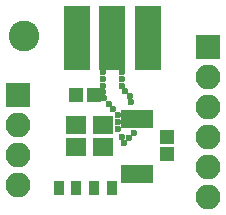
<source format=gts>
G04 #@! TF.FileFunction,Soldermask,Top*
%FSLAX46Y46*%
G04 Gerber Fmt 4.6, Leading zero omitted, Abs format (unit mm)*
G04 Created by KiCad (PCBNEW 4.0.6-e0-6349~53~ubuntu16.04.1) date Sat Jun 24 14:45:07 2017*
%MOMM*%
%LPD*%
G01*
G04 APERTURE LIST*
%ADD10C,0.100000*%
%ADD11C,2.600000*%
%ADD12C,0.600000*%
%ADD13R,1.150000X1.200000*%
%ADD14R,1.200000X1.150000*%
%ADD15R,2.100000X2.100000*%
%ADD16O,2.100000X2.100000*%
%ADD17R,2.200000X5.480000*%
%ADD18C,0.700000*%
%ADD19R,0.900000X1.300000*%
%ADD20R,1.700000X1.500000*%
%ADD21R,0.650000X1.500000*%
G04 APERTURE END LIST*
D10*
D11*
X102500000Y-72500000D03*
D12*
X111600000Y-78100000D03*
X111500000Y-77600000D03*
X111100000Y-77200000D03*
X110800000Y-76800000D03*
X110800000Y-76200000D03*
X110800000Y-75600000D03*
X109200000Y-77300000D03*
X109200000Y-75600000D03*
X109200000Y-76200000D03*
X109200000Y-76800000D03*
X109300000Y-77800000D03*
X109700000Y-78300000D03*
X110100000Y-78700000D03*
X110500000Y-79200000D03*
X110500000Y-79800000D03*
X110500000Y-80400000D03*
X110800000Y-81100000D03*
X111000000Y-81600000D03*
X111400000Y-81200000D03*
D13*
X114600000Y-81050000D03*
X114600000Y-82550000D03*
D14*
X106950000Y-77500000D03*
X108450000Y-77500000D03*
D15*
X102000000Y-77500000D03*
D16*
X102000000Y-80040000D03*
X102000000Y-82580000D03*
X102000000Y-85120000D03*
D17*
X110000000Y-72660000D03*
X107000000Y-72660000D03*
D18*
X113000000Y-74700000D03*
X113000000Y-70700000D03*
X112500000Y-71700000D03*
X113500000Y-71700000D03*
X113000000Y-72700000D03*
X112500000Y-73700000D03*
X113500000Y-73700000D03*
X107000000Y-74700000D03*
X107000000Y-70700000D03*
X106500000Y-71700000D03*
X107500000Y-71700000D03*
X107000000Y-72700000D03*
X106500000Y-73700000D03*
X107500000Y-73700000D03*
D17*
X113000000Y-72660000D03*
D15*
X118100000Y-73500000D03*
D16*
X118100000Y-76040000D03*
X118100000Y-78580000D03*
X118100000Y-81120000D03*
X118100000Y-83660000D03*
X118100000Y-86200000D03*
D19*
X108450000Y-85400000D03*
X109950000Y-85400000D03*
X105450000Y-85400000D03*
X106950000Y-85400000D03*
D20*
X106950000Y-81950000D03*
X109250000Y-81950000D03*
X109250000Y-80050000D03*
X106950000Y-80050000D03*
D21*
X111100000Y-84250000D03*
X111600000Y-84250000D03*
X112100000Y-84250000D03*
X112600000Y-84250000D03*
X113100000Y-84250000D03*
X113116000Y-79550000D03*
X112608000Y-79550000D03*
X112100000Y-79550000D03*
X111592000Y-79550000D03*
X111084000Y-79550000D03*
D12*
X111800000Y-80700000D03*
M02*

</source>
